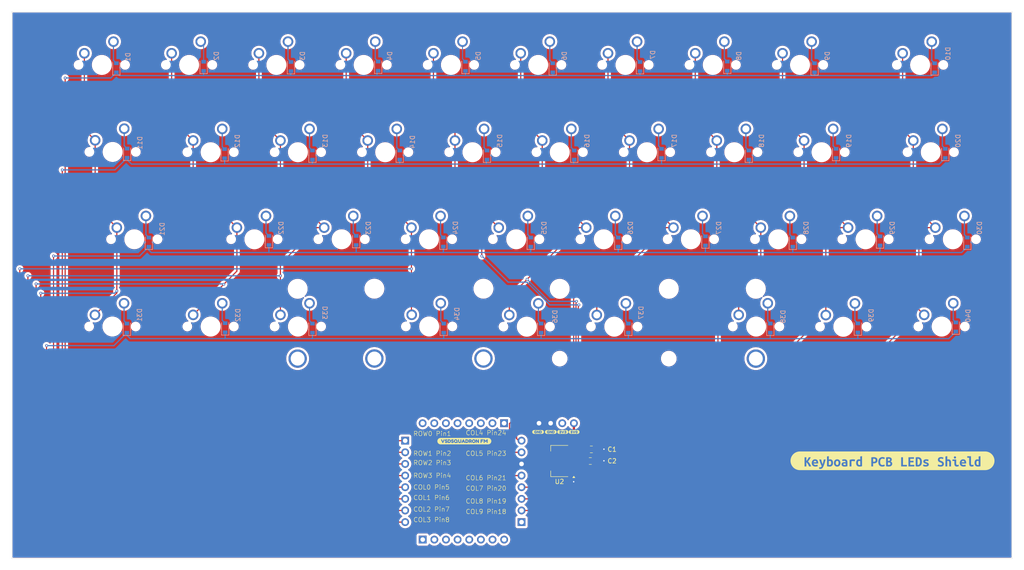
<source format=kicad_pcb>
(kicad_pcb (version 20240108) (generator "pcbnew") (generator_version "8.0")
  (title_block (title "Keyboard PCB LEDs VSDSquadron FM Shield") (date "2025-01-16") (rev "A1") (company "VLSI System Design") (comment 1 "Author : Bilwa Ghisad"))
  (layers (0 "F.Cu" signal) (31 "B.Cu" signal) (34 "B.Paste" user) (35 "F.Paste" user) (36 "B.SilkS" user "B.Silkscreen") (37 "F.SilkS" user "F.Silkscreen") (38 "B.Mask" user) (39 "F.Mask" user) (44 "Edge.Cuts" user))
  (net 0 "")
  (net 1 "GND")
  (net 2 "Net-(D1-A)")
  (net 3 "Net-(D2-A)")
  (net 4 "Net-(D3-A)")
  (net 5 "Net-(D4-A)")
  (net 6 "Net-(D5-A)")
  (net 7 "Net-(D6-A)")
  (net 8 "Net-(D7-A)")
  (net 9 "Net-(D8-A)")
  (net 10 "Net-(D9-A)")
  (net 11 "Net-(D10-A)")
  (net 12 "Net-(D11-A)")
  (net 13 "+5V")
  (net 14 "Net-(D12-A)")
  (net 15 "Net-(D13-A)")
  (net 16 "Net-(D14-A)")
  (net 17 "Net-(D15-A)")
  (net 18 "Net-(D16-A)")
  (net 19 "Net-(D17-A)")
  (net 20 "Net-(D18-A)")
  (net 21 "Net-(D19-A)")
  (net 22 "Net-(D20-A)")
  (net 23 "+3.3V")
  (net 24 "Net-(D21-A)")
  (net 25 "Net-(D22-A)")
  (net 26 "Net-(D23-A)")
  (net 27 "Net-(D24-A)")
  (net 28 "Net-(D25-A)")
  (net 29 "Net-(D26-A)")
  (net 30 "Net-(D27-A)")
  (net 31 "Net-(D28-A)")
  (net 32 "Net-(D29-A)")
  (net 33 "Net-(D30-A)")
  (net 34 "ROW0")
  (net 35 "Net-(D31-A)")
  (net 36 "Net-(D32-A)")
  (net 37 "Net-(D33-A)")
  (net 38 "Net-(D34-A)")
  (net 39 "Net-(D36-A)")
  (net 40 "Net-(D37-A)")
  (net 41 "Net-(D38-A)")
  (net 42 "Net-(D39-A)")
  (net 43 "Net-(D40-A)")
  (net 44 "ROW1")
  (net 45 "ROW2")
  (net 46 "ROW3")
  (net 48 "COL2")
  (net 49 "COL9")
  (net 50 "COL5")
  (net 51 "COL1")
  (net 52 "COL7")
  (net 53 "COL4")
  (net 54 "COL0")
  (net 55 "COL3")
  (net 56 "COL8")
  (net 57 "COL6")
  (net 66 "unconnected-(U1A-2-Pad9)")
  (footprint "PCM_marbastlib-mx:SW_MX_1u" (layer "F.Cu") (at 117.475 39.5661)
    (property "Reference" "SW4" (hide yes))
    (property "Value" "MX_SW_solder")
  )
  (footprint "PCM_marbastlib-mx:SW_MX_1u" (layer "F.Cu") (at 193.675 39.5661)
    (property "Reference" "SW8" (hide yes))
    (property "Value" "MX_SW_solder")
  )
  (footprint "PCM_marbastlib-mx:SW_MX_1u" (layer "F.Cu") (at 103.124 58.6161)
    (property "Reference" "SW13" (hide yes))
    (property "Value" "MX_SW_solder")
  )
  (footprint "VSDsquadron_FM-1.1.0:VSDSquadron_FM" (layer "F.Cu") (at 139.294364 130.461564)
    (property "Reference" "U1" (hide yes))
    (property "Value" "VSDSquadron FM" (hide yes))
  )
  (footprint "PCM_marbastlib-mx:SW_MX_1u" (layer "F.Cu") (at 212.725 39.5661)
    (property "Reference" "SW9" (hide yes))
    (property "Value" "MX_SW_solder")
  )
  (footprint "PCM_marbastlib-mx:SW_MX_1u" (layer "F.Cu") (at 222.1738 96.7161)
    (property "Reference" "SW39" (hide yes))
    (property "Value" "MX_SW_solder")
  )
  (footprint "PCM_marbastlib-mx:SW_MX_1u" (layer "F.Cu") (at 160.274 58.6161)
    (property "Reference" "SW16" (hide yes))
    (property "Value" "MX_SW_solder")
  )
  (footprint "PCM_marbastlib-mx:SW_MX_1u" (layer "F.Cu") (at 93.6244 77.6224)
    (property "Reference" "SW22" (hide yes))
    (property "Value" "MX_SW_solder")
  )
  (footprint "PCM_marbastlib-mx:SW_MX_1u" (layer "F.Cu") (at 131.7244 77.6224)
    (property "Reference" "SW24" (hide yes))
    (property "Value" "MX_SW_solder")
  )
  (footprint "PCM_marbastlib-mx:SW_MX_1u" (layer "F.Cu") (at 112.6744 77.6224)
    (property "Reference" "SW23" (hide yes))
    (property "Value" "MX_SW_solder")
  )
  (footprint "PCM_marbastlib-mx:SW_MX_1u" (layer "F.Cu") (at 79.375 39.5661)
    (property "Reference" "SW2" (hide yes))
    (property "Value" "MX_SW_solder")
  )
  (footprint "PCM_marbastlib-mx:SW_MX_1u" (layer "F.Cu") (at 217.424 58.6161)
    (property "Reference" "SW19" (hide yes))
    (property "Value" "MX_SW_solder")
  )
  (footprint "PCM_marbastlib-mx:SW_MX_1u" (layer "F.Cu") (at 179.324 58.6161)
    (property "Reference" "SW17" (hide yes))
    (property "Value" "MX_SW_solder")
  )
  (footprint "PCM_marbastlib-mx:SW_MX_1u" (layer "F.Cu") (at 227.0252 77.6224)
    (property "Reference" "SW29" (hide yes))
    (property "Value" "MX_SW_solder")
  )
  (footprint "PCM_marbastlib-mx:SW_MX_1u" (layer "F.Cu") (at 174.625 39.5661)
    (property "Reference" "SW7" (hide yes))
    (property "Value" "MX_SW_solder")
  )
  (footprint "PCM_marbastlib-mx:SW_MX_1u" (layer "F.Cu") (at 188.9055 77.6224)
    (property "Reference" "SW27" (hide yes))
    (property "Value" "MX_SW_solder")
  )
  (footprint "PCM_marbastlib-mx:STAB_MX_P_6.25u" (layer "F.Cu") (at 153.07945 96.6978 180)
    (property "Reference" "S3" (hide yes))
    (property "Value" "MX_stab")
  )
  (footprint "PCM_marbastlib-mx:SW_MX_1.75u" (layer "F.Cu") (at 238.9378 39.5732)
    (property "Reference" "SW10" (hide yes))
    (property "Value" "MX_SW_solder")
  )
  (footprint "PCM_marbastlib-mx:SW_MX_1u" (layer "F.Cu") (at 141.224 58.6161)
    (property "Reference" "SW15" (hide yes))
    (property "Value" "MX_SW_solder")
  )
  (footprint "PCM_marbastlib-mx:SW_MX_1.25u" (layer "F.Cu") (at 62.6364 96.6724)
    (property "Reference" "SW31" (hide yes))
    (property "Value" "MX_SW_solder")
  )
  (footprint "PCM_marbastlib-mx:SW_MX_1u" (layer "F.Cu") (at 198.374 58.6161)
    (property "Reference" "SW18" (hide yes))
    (property "Value" "MX_SW_solder")
  )
  (footprint "PCM_marbastlib-mx:SW_MX_1u" (layer "F.Cu") (at 172.18025 96.69475)
    (property "Reference" "SW37" (hide yes))
    (property "Value" "MX_SW_solder")
  )
  (footprint "PCM_marbastlib-mx:SW_MX_1.25u" (layer "F.Cu") (at 62.6801 58.5653)
    (property "Reference" "SW11" (hide yes))
    (property "Value" "MX_SW_solder")
  )
  (footprint "Capacitor_SMD:C_0805_2012Metric_Pad1.18x1.45mm_HandSolder" (layer "F.Cu") (at 167.1836 123.4948)
    (property "Reference" "C1")
    (property "Value" "10uF")
  )
  (footprint "PCM_marbastlib-mx:STAB_MX_P_2u" (layer "F.Cu") (at 131.7244 96.6724 180)
    (property "Reference" "S1" (hide yes))
    (property "Value" "MX_stab")
  )
  (footprint "PCM_marbastlib-mx:SW_MX_1u" (layer "F.Cu") (at 131.7752 96.6564)
    (property "Reference" "SW34" (hide yes))
    (property "Value" "MX_SW_solder")
  )
  (footprint "kibuzzard-67937F92" (layer "F.Cu") (at 232.918 125.984)
    (property "Reference" "kibuzzard-67937F92" (hide yes))
    (property "Value" "G***" (hide yes))
  )
  (footprint "PCM_marbastlib-mx:SW_MX_1u" (layer "F.Cu") (at 60.325 39.5661)
    (property "Reference" "SW1" (hide yes))
    (property "Value" "MX_SW_solder")
  )
  (footprint "PCM_marbastlib-mx:SW_MX_1u" (layer "F.Cu") (at 84.074 58.6161)
    (property "Reference" "SW12" (hide yes))
    (property "Value" "MX_SW_solder")
  )
  (footprint "Capacitor_SMD:C_0805_2012Metric_Pad1.18x1.45mm_HandSolder" (layer "F.Cu") (at 166.9561 126.0348)
    (property "Reference" "C2")
    (property "Value" "22uF")
  )
  (footprint "PCM_marbastlib-mx:STAB_MX_2.25u" (layer "F.Cu") (at 172.18025 96.69475 180)
    (property "Reference" "S2" (hide yes))
    (property "Value" "MX_stab")
  )
  (footprint "PCM_marbastlib-mx:SW_MX_1.25u" (layer "F.Cu") (at 243.6368 96.6724)
    (property "Reference" "SW40" (hide yes))
    (property "Value" "MX_SW_solder")
  )
  (footprint "PCM_marbastlib-mx:SW_MX_1u" (layer "F.Cu") (at 155.575 39.5661)
    (property "Reference" "SW6" (hide yes))
    (property "Value" "MX_SW_solder")
  )
  (footprint "PCM_marbastlib-mx:SW_MX_1u" (layer "F.Cu") (at 136.525 39.5661)
    (property "Reference" "SW5" (hide yes))
    (property "Value" "MX_SW_solder")
  )
  (footprint "PCM_marbastlib-mx:SW_MX_1u" (layer "F.Cu") (at 203.1492 96.6724)
    (property "Reference" "SW38" (hide yes))
    (property "Value" "MX_SW_solder")
  )
  (footprint "PCM_marbastlib-mx:SW_MX_1u" (layer "F.Cu") (at 98.425 39.5661)
    (property "Reference" "SW3" (hide yes))
    (property "Value" "MX_SW_solder")
  )
  (footprint "PCM_marbastlib-mx:SW_MX_1u" (layer "F.Cu") (at 246.0752 77.6224)
    (property "Reference" "SW30" (hide yes))
    (property "Value" "MX_SW_solder")
  )
  (footprint "PCM_marbastlib-mx:SW_MX_1u" (layer "F.Cu") (at 169.8752 77.6224)
    (property "Reference" "SW26" (hide yes))
    (property "Value" "MX_SW_solder")
  )
  (footprint "PCM_marbastlib-mx:SW_MX_1u" (layer "F.Cu") (at 153.07945 96.6978)
    (property "Reference" "SW36" (hide yes))
    (property "Value" "MX_SW_solder")
  )
  (footprint "PCM_marbastlib-mx:SW_MX_1.75u" (layer "F.Cu") (at 67.4116 77.6224)
    (property "Reference" "SW21" (hide yes))
    (property "Value" "MX_SW_solder")
  )
  (footprint "PCM_marbastlib-mx:SW_MX_1u" (layer "F.Cu") (at 207.9752 77.6224)
    (property "Reference" "SW28" (hide yes))
    (property "Value" "MX_SW_solder")
  )
  (footprint "Package_TO_SOT_SMD:SOT-223-3_TabPin2" (layer "F.Cu") (at 160.2236 126.0348 180)
    (property "Reference" "U2")
    (property "Value" "AMS1117-3.3")
  )
  (footprint "PCM_marbastlib-mx:SW_MX_1.5u" (layer "F.Cu") (at 241.26545 58.6161)
    (property "Reference" "SW20" (hide yes))
    (property "Value" "MX_SW_solder")
  )
  (footprint "PCM_marbastlib-mx:SW_MX_1u" (layer "F.Cu") (at 122.174 58.6161)
    (property "Reference" "SW14" (hide yes))
    (property "Value" "MX_SW_solder")
  )
  (footprint "PCM_marbastlib-mx:SW_MX_1u" (layer "F.Cu") (at 84.074 96.6724)
    (property "Reference" "SW32" (hide yes))
    (property "Value" "MX_SW_solder")
  )
  (footprint "PCM_marbastlib-mx:SW_MX_1u" (layer "F.Cu") (at 103.124 96.6724)
    (property "Reference" "SW33" (hide yes))
    (property "Value" "MX_SW_solder")
  )
  (footprint "PCM_marbastlib-mx:SW_MX_1u" (layer "F.Cu") (at 150.7744 77.6224)
    (property "Reference" "SW25" (hide yes))
    (property "Value" "MX_SW_solder")
  )
  (footprint "LED_SMD:LED_miniPLCC_2315" (layer "B.Cu") (at 158.75 40.2011 90)
    (property "Reference" "D6")
    (property "Value" "LED_Small")
  )
  (footprint "LED_SMD:LED_miniPLCC_2315" (layer "B.Cu") (at 211.1502 78.2574 90)
    (property "Reference" "D28")
    (property "Value" "LED_Small")
  )
  (footprint "LED_SMD:LED_miniPLCC_2315" (layer "B.Cu") (at 206.248 97.028 90)
    (property "Reference" "D38")
    (property "Value" "LED_Small")
  )
  (footprint "LED_SMD:LED_miniPLCC_2315" (layer "B.Cu") (at 201.549 59.2511 90)
    (property "Reference" "D18")
    (property "Value" "LED_Small")
  )
  (footprint "LED_SMD:LED_miniPLCC_2315" (layer "B.Cu") (at 215.9 40.2011 90)
    (property "Reference" "D9")
    (property "Value" "LED_Small")
  )
  (footprint "LED_SMD:LED_miniPLCC_2315" (layer "B.Cu") (at 120.65 39.8361 90)
    (property "Reference" "D4")
    (property "Value" "LED_Small")
  )
  (footprint "LED_SMD:LED_miniPLCC_2315" (layer "B.Cu") (at 182.499 58.8861 90)
    (property "Reference" "D17")
    (property "Value" "LED_Small")
  )
  (footprint "LED_SMD:LED_miniPLCC_2315" (layer "B.Cu") (at 70.5866 78.2574 90)
    (property "Reference" "D21")
    (property "Value" "LED_Small")
  )
  (footprint "LED_SMD:LED_miniPLCC_2315" (layer "B.Cu") (at 173.0502 78.2574 90)
    (property "Reference" "D26")
    (property "Value" "LED_Small")
  )
  (footprint "LED_SMD:LED_miniPLCC_2315" (layer "B.Cu") (at 96.7994 77.8924 90)
    (property "Reference" "D22")
    (property "Value" "LED_Small")
  )
  (footprint "LED_SMD:LED_miniPLCC_2315" (layer "B.Cu") (at 65.8551 58.8353 90)
    (property "Reference" "D11")
    (property "Value" "LED_Small")
  )
  (footprint "LED_SMD:LED_miniPLCC_2315" (layer "B.Cu") (at 220.599 58.8861 90)
    (property "Reference" "D19")
    (property "Value" "LED_Small")
  )
  (footprint "LED_SMD:LED_miniPLCC_2315" (layer "B.Cu") (at 163.449 59.2511 90)
    (property "Reference" "D16")
    (property "Value" "LED_Small")
  )
  (footprint "LED_SMD:LED_miniPLCC_2315" (layer "B.Cu") (at 125.349 59.2511 90)
    (property "Reference" "D14")
    (property "Value" "LED_Small")
  )
  (footprint "LED_SMD:LED_miniPLCC_2315" (layer "B.Cu") (at 242.1128 40.2082 90)
    (property "Reference" "D10")
    (property "Value" "LED_Small")
  )
  (footprint "LED_SMD:LED_miniPLCC_2315" (layer "B.Cu") (at 153.9494 78.2574 90)
    (property "Reference" "D25")
    (property "Value" "LED_Small")
  )
  (footprint "LED_SMD:LED_miniPLCC_2315" (layer "B.Cu") (at 192.0805 77.9874 90)
    (property "Reference" "D27")
    (property "Value" "LED_Small")
  )
  (footprint "LED_SMD:LED_miniPLCC_2315" (layer "B.Cu") (at 106.299 59.2511 90)
    (property "Reference" "D13")
    (property "Value" "LED_Small")
  )
  (footprint "LED_SMD:LED_miniPLCC_2315" (layer "B.Cu") (at 87.249 96.9424 90)
    (property "Reference" "D32")
    (property "Value" "LED_Small")
  )
  (footprint "LED_SMD:LED_miniPLCC_2315" (layer "B.Cu") (at 249.2502 78.2574 90)
    (property "Reference" "D30")
    (property "Value" "LED_Small")
  )
  (footprint "LED_SMD:LED_miniPLCC_2315" (layer "B.Cu") (at 134.9502 97.028 90)
    (property "Reference" "D34")
    (property "Value" "LED_Small")
  )
  (footprint "LED_SMD:LED_miniPLCC_2315" (layer "B.Cu") (at 63.5 40.2011 90)
    (property "Reference" "D1")
    (property "Value" "LED_Small")
  )
  (footprint "LED_SMD:LED_miniPLCC_2315" (layer "B.Cu") (at 225.3488 96.9861 90)
    (property "Reference" "D39")
    (property "Value" "LED_Small")
  )
  (footprint "LED_SMD:LED_miniPLCC_2315" (layer "B.Cu") (at 196.85 39.8361 90)
    (property "Reference" "D8")
    (property "Value" "LED_Small")
  )
  (footprint "LED_SMD:LED_miniPLCC_2315" (layer "B.Cu") (at 246.7356 96.774 90)
    (property "Reference" "D40")
    (property "Value" "LED_Small")
  )
  (footprint "LED_SMD:LED_miniPLCC_2315" (layer "B.Cu") (at 101.6 39.9311 90)
    (property "Reference" "D3")
    (property "Value" "LED_Small")
  )
  (footprint "LED_SMD:LED_miniPLCC_2315" (layer "B.Cu") (at 134.874 78.232 90)
    (property "Reference" "D24")
    (property "Value" "LED_Small")
  )
  (footprint "LED_SMD:LED_miniPLCC_2315" (layer "B.Cu") (at 139.7 39.878 90)
    (property "Reference" "D5")
    (property "Value" "LED_Small")
  )
  (footprint "LED_SMD:LED_miniPLCC_2315" (layer "B.Cu") (at 65.786 97.028 90)
    (property "Reference" "D31")
    (property "Value" "LED_Small")
  )
  (footprint "LED_SMD:LED_miniPLCC_2315" (layer "B.Cu") (at 115.8494 77.8924 90)
    (property "Reference" "D23")
    (property "Value" "LED_Small")
  )
  (footprint "LED_SMD:LED_miniPLCC_2315" (layer "B.Cu") (at 156.21 97.028 90)
    (property "Reference" "D36")
    (property "Value" "LED_Small")
  )
  (footprint "LED_SMD:LED_miniPLCC_2315" (layer "B.Cu") (at 244.44045 58.8861 90)
    (property "Reference" "D20")
    (property "Value" "LED_Small")
  )
  (footprint "LED_SMD:LED_miniPLCC_2315" (layer "B.Cu") (at 177.8 39.9311 90)
    (property "Reference" "D7")
    (property "Value" "LED_Small")
  )
  (footprint "LED_SMD:LED_miniPLCC_2315" (layer "B.Cu") (at 144.399 59.2511 90)
    (property "Reference" "D15")
    (property "Value" "LED_Small")
  )
  (footprint "LED_SMD:LED_miniPLCC_2315" (layer "B.Cu") (at 230.2002 77.9874 90)
    (property "Reference" "D29")
    (property "Value" "LED_Small")
  )
  (footprint "LED_SMD:LED_miniPLCC_2315" (layer "B.Cu") (at 175.26 97.028 90)
    (property "Reference" "D37")
    (property "Value" "LED_Small")
  )
  (footprint "LED_SMD:LED_miniPLCC_2315" (layer "B.Cu") (at 106.299 97.028 90)
    (property "Reference" "D33")
    (property "Value" "LED_Small")
  )
  (footprint "LED_SMD:LED_miniPLCC_2315" (layer "B.Cu") (at 82.55 39.878 90)
    (property "Reference" "D2")
    (property "Value" "LED_Small")
  )
  (footprint "LED_SMD:LED_miniPLCC_2315" (layer "B.Cu") (at 87.122 58.944 90)
    (property "Reference" "D12")
    (property "Value" "LED_Small")
  )
  (gr_line (start 259.08 27.94) (end 40.64 27.94) (stroke (width 0.05)) (layer "Edge.Cuts"))
  (gr_line (start 40.64 147.32) (end 259.08 147.32) (stroke (width 0.05)) (layer "Edge.Cuts"))
  (gr_line (start 40.64 27.94) (end 40.64 147.32) (stroke (width 0.05)) (layer "Edge.Cuts"))
  (gr_line (start 259.08 147.32) (end 259.08 27.94) (stroke (width 0.05)) (layer "Edge.Cuts"))
  (gr_text "COL4 Pin24\n\n\n" (at 139.7 123.698 0) (layer "F.SilkS") (effects (font (size 1 1) (thickness 0.1)) (justify left bottom)))
  (gr_text "COL3 Pin8" (at 128.27 139.446 0) (layer "F.SilkS") (effects (font (size 1 1) (thickness 0.1)) (justify left bottom)))
  (gr_text "ROW0 Pin1" (at 128.27 120.65 0) (layer "F.SilkS") (effects (font (size 1 1) (thickness 0.1)) (justify left bottom)))
  (gr_text "COL6 Pin21" (at 139.7 130.302 0) (layer "F.SilkS") (effects (font (size 1 1) (thickness 0.1)) (justify left bottom)))
  (gr_text "ROW1 Pin2\n" (at 128.27 124.968 0) (layer "F.SilkS") (effects (font (size 1 1) (thickness 0.1)) (justify left bottom)))
  (gr_text "ROW2 Pin3" (at 128.27 127 0) (layer "F.SilkS") (effects (font (size 1 1) (thickness 0.1)) (justify left bottom)))
  (gr_text "COL0 Pin5" (at 128.27 132.334 0) (layer "F.SilkS") (effects (font (size 1 1) (thickness 0.1)) (justify left bottom)))
  (gr_text "COL5 Pin23" (at 139.7 124.968 0) (layer "F.SilkS") (effects (font (size 1 1) (thickness 0.1)) (justify left bottom)))
  (gr_text "COL2 Pin7" (at 128.27 137.16 0) (layer "F.SilkS") (effects (font (size 1 1) (thickness 0.1)) (justify left bottom)))
  (gr_text "COL1 Pin6" (at 128.27 134.62 0) (layer "F.SilkS") (effects (font (size 1 1) (thickness 0.1)) (justify left bottom)))
  (gr_text "COL8 Pin19" (at 139.7 135.382 0) (layer "F.SilkS") (effects (font (size 1 1) (thickness 0.1)) (justify left bottom)))
  (gr_text "COL7 Pin20" (at 139.7 132.588 0) (layer "F.SilkS") (effects (font (size 1 1) (thickness 0.1)) (justify left bottom)))
  (gr_text "ROW3 Pin4" (at 128.27 129.794 0) (layer "F.SilkS") (effects (font (size 1 1) (thickness 0.1)) (justify left bottom)))
  (gr_text "COL9 Pin18" (at 139.7 137.668 0) (layer "F.SilkS") (effects (font (size 1 1) (thickness 0.1)) (justify left bottom)))
  (segment (start 163.3736 130.5044) (end 163.322 130.556) (width 0.4064) (layer "F.Cu") (net 1))
  (segment (start 168.2211 123.4948) (end 169.8752 123.4948) (width 0.4064) (layer "F.Cu") (net 1))
  (segment (start 169.8752 126.0348) (end 169.926 125.984) (width 0.4064) (layer "F.Cu") (net 1))
  (segment (start 169.8752 123.4948) (end 169.926 123.444) (width 0.4064) (layer "F.Cu") (net 1))
  (segment (start 167.9936 126.0348) (end 169.8752 126.0348) (width 0.4064) (layer "F.Cu") (net 1))
  (segment (start 163.3736 128.3348) (end 163.3736 130.5044) (width 0.4064) (layer "F.Cu") (net 1))
  (via (at 163.322 130.556) (size 0.6) (drill 0.3) (layers "F.Cu" "B.Cu") (net 1))
  (via (at 169.926 123.444) (size 0.6) (drill 0.3) (layers "F.Cu" "B.Cu") (net 1))
  (via (at 169.926 125.984) (size 0.6) (drill 0.3) (layers "F.Cu" "B.Cu") (net 1))
  (segment (start 62.865 34.4861) (end 63.5 35.1211) (width 0.2032) (layer "B.Cu") (net 2))
  (segment (start 62.865 34.4861) (end 62.865 38.5661) (width 0.254) (layer "B.Cu") (net 2))
  (segment (start 62.865 38.5661) (end 63.5 39.2011) (width 0.254) (layer "B.Cu") (net 2))
  (segment (start 82.55 35.179) (end 82.55 38.878) (width 0.2) (layer "B.Cu") (net 3))
  (segment (start 81.915 35.5361) (end 81.915 34.4861) (width 0.2) (layer "B.Cu") (net 3))
  (segment (start 81.915 34.544) (end 82.55 35.179) (width 0.2) (layer "B.Cu") (net 3))
  (segment (start 81.915 34.4861) (end 81.915 34.544) (width 0.2) (layer "B.Cu") (net 3))
  (segment (start 100.965 34.4861) (end 100.965 38.2961) (width 0.254) (layer "B.Cu") (net 4))
  (segment (start 100.965 38.2961) (end 101.6 38.9311) (width 0.254) (layer "B.Cu") (net 4))
  (segment (start 120.015 34.4861) (end 120.015 38.2011) (width 0.254) (layer "B.Cu") (net 5))
  (segment (start 120.015 38.2011) (end 120.65 38.8361) (width 0.254) (layer "B.Cu") (net 5))
  (segment (start 139.7 38.878) (end 139.7 38.5812) (width 0.2032) (layer "B.Cu") (net 6))
  (segment (start 139.7 38.878) (end 139.7 38.8849) (width 0.2032) (layer "B.Cu") (net 6))
  (segment (start 139.065 38.243) (end 139.7 38.878) (width 0.2) (layer "B.Cu") (net 6))
  (segment (start 139.065 34.4861) (end 139.065 38.243) (width 0.2) (layer "B.Cu") (net 6))
  (segment (start 158.115 38.5661) (end 158.75 39.2011) (width 0.254) (layer "B.Cu") (net 7))
  (segment (start 158.115 34.4861) (end 158.115 38.5661) (width 0.254) (layer "B.Cu") (net 7))
  (segment (start 177.165 38.2961) (end 177.8 38.9311) (width 0.254) (layer "B.Cu") (net 8))
  (segment (start 177.165 34.4861) (end 177.165 38.2961) (width 0.254) (layer "B.Cu") (net 8))
  (segment (start 196.215 34.4861) (end 196.215 38.2011) (width 0.254) (layer "B.Cu") (net 9))
  (segment (start 196.215 38.2011) (end 196.85 38.8361) (width 0.254) (layer "B.Cu") (net 9))
  (segment (start 215.265 34.4861) (end 215.265 38.5661) (width 0.254) (layer "B.Cu") (net 10))
  (segment (start 215.265 38.5661) (end 215.9 39.2011) (width 0.254) (layer "B.Cu") (net 10))
  (segment (start 241.4778 38.5732) (end 242.1128 39.2082) (width 0.254) (layer "B.Cu") (net 11))
  (segment (start 241.4778 34.4932) (end 241.4778 38.5732) (width 0.254) (layer "B.Cu") (net 11))
  (segment (start 65.2201 53.4853) (end 65.2201 57.2003) (width 0.254) (layer "B.Cu") (net 12))
  (segment (start 65.2201 57.2003) (end 65.8551 57.8353) (width 0.254) (layer "B.Cu") (net 12))
  (segment (start 163.3736 123.7348) (end 166.0811 123.7348) (width 0.508) (layer "F.Cu") (net 13))
  (segment (start 163.3736 117.7798) (end 163.3736 123.7348) (width 0.508) (layer "F.Cu") (net 13))
  (segment (start 166.0811 123.7348) (end 166.3211 123.4948) (width 0.506) (layer "F.Cu") (net 13))
  (segment (start 163.6136 123.4948) (end 163.3736 123.7348) (width 0.506) (layer "F.Cu") (net 13))
  (segment (start 86.614 53.5361) (end 86.614 57.436) (width 0.254) (layer "B.Cu") (net 14))
  (segment (start 86.614 57.436) (end 87.122 57.944) (width 0.254) (layer "B.Cu") (net 14))
  (segment (start 105.664 53.5361) (end 105.664 57.6161) (width 0.254) (layer "B.Cu") (net 15))
  (segment (start 105.664 57.6161) (end 106.299 58.2511) (width 0.254) (layer "B.Cu") (net 15))
  (segment (start 124.714 53.5361) (end 124.714 57.6161) (width 0.254) (layer "B.Cu") (net 16))
  (segment (start 124.714 57.6161) (end 125.349 58.2511) (width 0.254) (layer "B.Cu") (net 16))
  (segment (start 143.764 53.5361) (end 143.764 57.6161) (width 0.254) (layer "B.Cu") (net 17))
  (segment (start 143.764 57.6161) (end 144.399 58.2511) (width 0.254) (layer "B.Cu") (net 17))
  (segment (start 162.814 57.6161) (end 163.449 58.2511) (width 0.254) (layer "B.Cu") (net 18))
  (segment (start 162.814 53.5361) (end 162.814 57.6161) (width 0.254) (layer "B.Cu") (net 18))
  (segment (start 181.864 57.2511) (end 182.499 57.8861) (width 0.254) (layer "B.Cu") (net 19))
  (segment (start 181.864 53.5361) (end 181.864 57.2511) (width 0.254) (layer "B.Cu") (net 19))
  (segment (start 200.914 53.5361) (end 200.914 57.6161) (width 0.254) (layer "B.Cu") (net 20))
  (segment (start 200.914 57.6161) (end 201.549 58.2511) (width 0.254) (layer "B.Cu") (net 20))
  (segment (start 219.964 57.2511) (end 220.599 57.8861) (width 0.254) (layer "B.Cu") (net 21))
  (segment (start 219.964 53.5361) (end 219.964 57.2511) (width 0.254) (layer "B.Cu") (net 21))
  (segment (start 243.80545 57.2511) (end 244.44045 57.8861) (width 0.254) (layer "B.Cu") (net 22))
  (segment (start 243.80545 53.5361) (end 243.80545 57.2511) (width 0.254) (layer "B.Cu") (net 22))
  (segment (start 69.9516 76.6224) (end 70.5866 77.2574) (width 0.254) (layer "B.Cu") (net 24))
  (segment (start 69.9516 72.5424) (end 69.9516 76.6224) (width 0.254) (layer "B.Cu") (net 24))
  (segment (start 96.1644 72.5424) (end 96.1644 76.2574) (width 0.254) (layer "B.Cu") (net 25))
  (segment (start 96.1644 76.2574) (end 96.7994 76.8924) (width 0.254) (layer "B.Cu") (net 25))
  (segment (start 115.2144 76.2574) (end 115.8494 76.8924) (width 0.254) (layer "B.Cu") (net 26))
  (segment (start 115.2144 72.5424) (end 115.2144 76.2574) (width 0.254) (layer "B.Cu") (net 26))
  (segment (start 134.2644 72.5424) (end 134.2644 76.6224) (width 0.254) (layer "B.Cu") (net 27))
  (segment (start 134.2644 76.6224) (end 134.874 77.232) (width 0.254) (layer "B.Cu") (net 27))
  (segment (start 153.3144 72.5424) (end 153.3144 76.6224) (width 0.254) (layer "B.Cu") (net 28))
  (segment (start 153.3144 76.6224) (end 153.9494 77.2574) (width 0.254) (layer "B.Cu") (net 28))
  (segment (start 172.4152 72.5424) (end 172.4152 76.6224) (width 0.254) (layer "B.Cu") (net 29))
  (segment (start 172.4152 76.6224) (end 173.0502 77.2574) (width 0.254) (layer "B.Cu") (net 29))
  (segment (start 191.4455 72.5424) (end 191.4455 76.3524) (width 0.254) (layer "B.Cu") (net 30))
  (segment (start 191.4455 76.3524) (end 192.0805 76.9874) (width 0.254) (layer "B.Cu") (net 30))
  (segment (start 210.5152 72.5424) (end 210.5152 76.6224) (width 0.254) (layer "B.Cu") (net 31))
  (segment (start 210.5152 76.6224) (end 211.1502 77.2574) (width 0.254) (layer "B.Cu") (net 31))
  (segment (start 229.5652 72.5424) (end 229.5652 76.3524) (width 0.254) (layer "B.Cu") (net 32))
  (segment (start 229.5652 76.3524) (end 230.2002 76.9874) (width 0.254) (layer "B.Cu") (net 32))
  (segment (start 248.6152 72.5424) (end 248.6152 76.6224) (width 0.254) (layer "B.Cu") (net 33))
  (segment (start 248.6152 76.6224) (end 249.2502 77.2574) (width 0.254) (layer "B.Cu") (net 33))
  (segment (start 126.5436 121.5898) (end 52.5018 121.5898) (width 0.254) (layer "F.Cu") (net 34))
  (segment (start 52.324 121.412) (end 52.324 42.418) (width 0.254) (layer "F.Cu") (net 34))
  (segment (start 52.5018 121.5898) (end 52.324 121.412) (width 0.254) (layer "F.Cu") (net 34))
  (via (at 52.324 42.418) (size 0.6) (drill 0.3) (layers "F.Cu" "B.Cu") (net 34))
  (segment (start 158.75 41.893998) (end 158.75 41.2011) (width 0.254) (layer "B.Cu") (net 34))
  (segment (start 177.8 41.893998) (end 177.8 40.9311) (width 0.254) (layer "B.Cu") (net 34))
  (segment (start 196.85 41.893998) (end 215.9 41.893998) (width 0.254) (layer "B.Cu") (net 34))
  (segment (start 101.346 41.893998) (end 101.6 41.639998) (width 0.254) (layer "B.Cu") (net 34))
  (segment (start 139.7 41.893998) (end 158.75 41.893998) (width 0.254) (layer "B.Cu") (net 34))
  (segment (start 139.7 40.878) (end 139.7 41.893998) (width 0.2) (layer "B.Cu") (net 34))
  (segment (start 82.55 41.893998) (end 101.346 41.893998) (width 0.254) (layer "B.Cu") (net 34))
  (segment (start 120.396 41.893998) (end 139.446 41.893998) (width 0.254) (layer "B.Cu") (net 34))
  (segment (start 62.2831 42.418) (end 63.5 41.2011) (width 0.254) (layer "B.Cu") (net 34))
  (segment (start 215.9 41.2011) (end 215.9 41.893998) (width 0.254) (layer "B.Cu") (net 34))
  (segment (start 139.446 41.132) (end 139.7 40.878) (width 0.254) (layer "B.Cu") (net 34))
  (segment (start 82.542 41.885998) (end 82.55 41.893998) (width 0.254) (layer "B.Cu") (net 34))
  (segment (start 82.296 41.132) (end 82.55 40.878) (width 0.254) (layer "B.Cu") (net 34))
  (segment (start 101.6 41.639998) (end 101.6 40.9311) (width 0.254) (layer "B.Cu") (net 34))
  (segment (start 241.427002 41.893998) (end 242.1128 41.2082) (width 0.254) (layer "B.Cu") (net 34))
  (segment (start 64.192898 41.893998) (end 82.296 41.893998) (width 0.254) (layer "B.Cu") (net 34))
  (segment (start 139.446 41.893998) (end 139.7 41.893998) (width 0.254) (layer "B.Cu") (net 34))
  (segment (start 120.396 41.0901) (end 120.65 40.8361) (width 0.254) (layer "B.Cu") (net 34))
  (segment (start 52.324 42.418) (end 62.2831 42.418) (width 0.254) (layer "B.Cu") (net 34))
  (segment (start 101.346 41.893998) (end 120.396 41.893998) (width 0.254) (layer "B.Cu") (net 34))
  (segment (start 177.8 41.893998) (end 196.85 41.893998) (width 0.254) (layer "B.Cu") (net 34))
  (segment (start 158.75 41.893998) (end 177.8 41.893998) (width 0.254) (layer "B.Cu") (net 34))
  (segment (start 82.296 41.893998) (end 82.55 41.893998) (width 0.254) (layer "B.Cu") (net 34))
  (segment (start 82.542 40.886) (end 82.542 41.885998) (width 0.254) (layer "B.Cu") (net 34))
  (segment (start 120.396 41.893998) (end 120.396 41.0901) (width 0.254) (layer "B.Cu") (net 34))
  (segment (start 158.75 41.2011) (end 158.75 41.275) (width 0.2) (layer "B.Cu") (net 34))
  (segment (start 82.55 40.878) (end 82.542 40.886) (width 0.254) (layer "B.Cu") (net 34))
  (segment (start 215.9 41.893998) (end 241.427002 41.893998) (width 0.254) (layer "B.Cu") (net 34))
  (segment (start 196.85 41.893998) (end 196.85 40.8361) (width 0.254) (layer "B.Cu") (net 34))
  (segment (start 63.5 41.2011) (end 64.192898 41.893998) (width 0.254) (layer "B.Cu") (net 34))
  (segment (start 65.1764 91.5924) (end 65.1764 95.4184) (width 0.254) (layer "B.Cu") (net 35))
  (segment (start 65.1764 95.4184) (end 65.786 96.028) (width 0.254) (layer "B.Cu") (net 35))
  (segment (start 86.614 91.5924) (end 86.614 95.3074) (width 0.254) (layer "B.Cu") (net 36))
  (segment (start 86.614 95.3074) (end 87.249 95.9424) (width 0.254) (layer "B.Cu") (net 36))
  (segment (start 105.664 95.393) (end 106.299 96.028) (width 0.254) (layer "B.Cu") (net 37))
  (segment (start 105.664 91.5924) (end 105.664 95.393) (width 0.254) (layer "B.Cu") (net 37))
  (segment (start 134.3152 91.5764) (end 134.3152 95.393) (width 0.254) (layer "B.Cu") (net 38))
  (segment (start 134.3152 95.393) (end 134.9502 96.028) (width 0.254) (layer "B.Cu") (net 38))
  (segment (start 155.61945 91.6178) (end 155.61945 95.43745) (width 0.254) (layer "B.Cu") (net 39))
  (segment (start 155.61945 95.43745) (end 156.21 96.028) (width 0.254) (layer "B.Cu") (net 39))
  (segment (start 155.61945 91.8718) (end 156.12745 92.3798) (width 0.2032) (layer "B.Cu") (net 39))
  (segment (start 155.61945 91.6178) (end 155.61945 91.8718) (width 0.2032) (layer "B.Cu") (net 39))
  (segment (start 173.7614 91.57385) (end 173.72965 91.6056) (width 0.2032) (layer "F.Cu") (net 40))
  (segment (start 174.72025 95.48825) (end 175.26 96.028) (width 0.254) (layer "B.Cu") (net 40))
  (segment (start 174.72025 91.61475) (end 174.72025 95.48825) (width 0.254) (layer "B.Cu") (net 40))
  (segment (start 205.6892 91.5924) (end 205.6892 95.4692) (width 0.254) (layer "B.Cu") (net 41))
  (segment (start 205.6892 95.4692) (end 206.248 96.028) (width 0.254) (layer "B.Cu") (net 41))
  (segment (start 224.7138 91.6361) (end 224.7138 95.3511) (width 0.254) (layer "B.Cu") (net 42))
  (segment (start 224.7138 95.3511) (end 225.3488 95.9861) (width 0.254) (layer "B.Cu") (net 42))
  (segment (start 246.1768 95.2152) (end 246.7356 95.774) (width 0.254) (layer "B.Cu") (net 43))
  (segment (start 246.1768 91.5924) (end 246.1768 95.2152) (width 0.254) (layer "B.Cu") (net 43))
  (segment (start 51.697 62.484) (end 51.697 123.833) (width 0.254) (layer "F.Cu") (net 44))
  (segment (start 51.697 123.833) (end 51.9938 124.1298) (width 0.254) (layer "F.Cu") (net 44))
  (segment (start 51.9938 124.1298) (end 126.5436 124.1298) (width 0.254) (layer "F.Cu") (net 44))
  (via (at 51.697 62.484) (size 0.6) (drill 0.3) (layers "F.Cu" "B.Cu") (net 44))
  (segment (start 63.2064 62.484) (end 65.8551 59.8353) (width 0.254) (layer "B.Cu") (net 44))
  (segment (start 125.222 61.214) (end 144.272 61.214) (width 0.254) (layer "B.Cu") (net 44))
  (segment (start 201.549 60.2511) (end 201.549 60.325) (width 0.2) (layer "B.Cu") (net 44))
  (segment (start 87.122 59.944) (end 87.122 61.214) (width 0.254) (layer "B.Cu") (net 44))
  (segment (start 51.697 62.484) (end 63.2064 62.484) (width 0.254) (layer "B.Cu") (net 44))
  (segment (start 163.322 61.214) (end 163.322 60.3781) (width 0.254) (layer "B.Cu") (net 44))
  (segment (start 87.122 61.214) (end 106.172 61.214) (width 0.254) (layer "B.Cu") (net 44))
  (segment (start 163.322 61.214) (end 182.626 61.214) (width 0.254) (layer "B.Cu") (net 44))
  (segment (start 243.11255 61.214) (end 244.44045 59.8861) (width 0.254) (layer "B.Cu") (net 44))
  (segment (start 144.272 60.3781) (end 144.399 60.2511) (width 0.254) (layer "B.Cu") (net 44))
  (segment (start 182.499 61.087) (end 182.499 59.8861) (width 0.254) (layer "B.Cu") (net 44))
  (segment (start 182.626 61.214) (end 182.499 61.087) (width 0.254) (layer "B.Cu") (net 44))
  (segment (start 182.626 61.214) (end 201.676 61.214) (width 0.254) (layer "B.Cu") (net 44))
  (segment (start 220.472 61.214) (end 243.11255 61.214) (width 0.254) (layer "B.Cu") (net 44))
  (segment (start 144.272 61.214) (end 163.322 61.214) (width 0.254) (layer "B.Cu") (net 44))
  (segment (start 66.802 61.214) (end 87.122 61.214) (width 0.254) (layer "B.Cu") (net 44))
  (segment (start 65.8551 59.8353) (end 65.8551 60.2671) (width 0.254) (layer "B.Cu") (net 44))
  (segment (start 201.676 61.214) (end 201.676 60.3781) (width 0.254) (layer "B.Cu") (net 44))
  (segment (start 144.399 60.2511) (end 144.399 60.325) (width 0.2) (layer "B.Cu") (net 44))
  (segment (start 65.8551 60.2671) (end 66.802 61.214) (width 0.254) (layer "B.Cu") (net 44))
  (segment (start 106.299 61.087) (end 106.172 61.214) (width 0.2) (layer "B.Cu") (net 44))
  (segment (start 163.449 60.2511) (end 163.449 60.325) (width 0.2) (layer "B.Cu") (net 44))
  (segment (start 220.472 61.214) (end 220.599 61.087) (width 0.254) (layer "B.Cu") (net 44))
  (segment (start 144.272 61.214) (end 144.272 60.3781) (width 0.254) (layer "B.Cu") (net 44))
  (segment (start 125.349 61.087) (end 125.222 61.214) (width 0.2) (layer "B.Cu") (net 44))
  (segment (start 220.599 61.087) (end 220.599 59.8861) (width 0.254) (layer "B.Cu") (net 44))
  (segment (start 125.349 60.2511) (end 125.349 61.087) (width 0.254) (layer "B.Cu") (net 44))
  (segment (start 201.676 60.3781) (end 201.549 60.2511) (width 0.254) (layer "B.Cu") (net 44))
  (segment (start 106.172 61.214) (end 125.222 61.214) (width 0.254) (layer "B.Cu") (net 44))
  (segment (start 106.299 60.2511) (end 106.299 61.087) (width 0.254) (layer "B.Cu") (net 44))
  (segment (start 163.322 60.3781) (end 163.449 60.2511) (width 0.254) (layer "B.Cu") (net 44))
  (segment (start 201.676 61.214) (end 220.472 61.214) (width 0.254) (layer "B.Cu") (net 44))
  (segment (start 126.5436 126.6698) (end 50.4698 126.6698) (width 0.254) (layer "F.Cu") (net 45))
  (segment (start 49.784 125.984) (end 49.784 81.28) (width 0.254) (layer "F.Cu") (net 45))
  (segment (start 50.4698 126.6698) (end 49.784 125.984) (width 0.254) (layer "F.Cu") (net 45))
  (via (at 49.784 81.28) (size 0.6) (drill 0.3) (layers "F.Cu" "B.Cu") (net 45))
  (segment (start 172.974 80.518) (end 192.024 80.518) (width 0.254) (layer "B.Cu") (net 45))
  (segment (start 247.9896 80.518) (end 249.2502 79.2574) (width 0.254) (layer "B.Cu") (net 45))
  (segment (start 134.874 79.232) (end 134.874 80.518) (width 0.254) (layer "B.Cu") (net 45))
  (segment (start 192.0805 78.9874) (end 192.0805 80.4615) (width 0.254) (layer "B.Cu") (net 45))
  (segment (start 134.874 80.518) (end 153.67 80.518) (width 0.254) (layer "B.Cu") (net 45))
  (segment (start 115.8494 78.8924) (end 115.8494 80.4926) (width 0.254) (layer "B.Cu") (net 45))
  (segment (start 134.62 80.518) (end 134.874 80.518) (width 0.254) (layer "B.Cu") (net 45))
  (segment (start 96.7994 78.8924) (end 96.7994 80.4926) (width 0.254) (layer "B.Cu") (net 45))
  (segment (start 115.8494 80.4926) (end 115.824 80.518) (width 0.254) (layer "B.Cu") (net 45))
  (segment (start 229.87 80.518) (end 247.9896 80.518) (width 0.254) (layer "B.Cu") (net 45))
  (segment (start 192.0805 80.4615) (end 192.024 80.518) (width 0.254) (layer "B.Cu") (net 45))
  (segment (start 96.774 80.518) (end 115.316 80.518) (width 0.254) (layer "B.Cu") (net 45))
  (segment (start 211.1502 80.4418) (end 211.074 80.518) (width 0.254) (layer "B.Cu") (net 45))
  (segment (start 153.9494 80.2386) (end 153.9494 79.2574) (width 0.254) (layer "B.Cu") (net 45))
  (segment (start 70.5866 79.9846) (end 71.12 80.518) (width 0.254) (layer "B.Cu") (net 45))
  (segment (start 230.2002 80.1878) (end 229.87 80.518) (width 0.254) (layer "B.Cu") (net 45))
  (segment (start 115.316 80.518) (end 115.824 80.518) (width 0.254) (layer "B.Cu") (net 45))
  (segment (start 211.074 80.518) (end 229.87 80.518) (width 0.254) (layer "B.Cu") (net 45))
  (segment (start 211.1502 79.2574) (end 211.1502 80.4418) (width 0.254) (layer "B.Cu") (net 45))
  (segment (start 96.7994 80.4926) (end 96.774 80.518) (width 0.254) (layer "B.Cu") (net 45))
  (segment (start 230.2002 78.9874) (end 230.2002 80.1878) (width 0.254) (layer "B.Cu") (net 45))
  (segment (start 49.784 81.28) (end 68.564 81.28) (width 0.254) (layer "B.Cu") (net 45))
  (segment (start 153.67 80.518) (end 153.9494 80.2386) (width 0.254) (layer "B.Cu") (net 45))
  (segment (start 71.12 80.518) (end 96.774 80.518) (width 0.254) (layer "B.Cu") (net 45))
  (segment (start 115.824 80.518) (end 134.62 80.518) (width 0.254) (layer "B.Cu") (net 45))
  (segment (start 68.564 81.28) (end 70.5866 79.2574) (width 0.254) (layer "B.Cu") (net 45))
  (segment (start 153.67 80.518) (end 172.974 80.518) (width 0.254) (layer "B.Cu") (net 45))
  (segment (start 192.024 80.518) (end 211.074 80.518) (width 0.254) (layer "B.Cu") (net 45))
  (segment (start 173.0502 79.2574) (end 173.0502 80.4418) (width 0.254) (layer "B.Cu") (net 45))
  (segment (start 70.5866 79.2574) (end 70.5866 79.9846) (width 0.254) (layer "B.Cu") (net 45))
  (segment (start 173.0502 80.4418) (end 172.974 80.518) (width 0.254) (layer "B.Cu") (net 45))
  (segment (start 49.9618 129.2098) (end 48.26 127.508) (width 0.254) (layer "F.Cu") (net 46))
  (segment (start 48.26 127.508) (end 48.26 100.838) (width 0.254) (layer "F.Cu") (net 46))
  (segment (start 126.5436 129.2098) (end 49.9618 129.2098) (width 0.254) (layer "F.Cu") (net 46))
  (via (at 48.26 100.838) (size 0.6) (drill 0.3) (layers "F.Cu" "B.Cu") (net 46))
  (segment (start 106.299 99.187) (end 106.172 99.314) (width 0.254) (layer "B.Cu") (net 46))
  (segment (start 106.299 98.028) (end 106.299 99.187) (width 0.254) (layer "B.Cu") (net 46))
  (segment (start 245.1956 99.314) (end 246.7356 97.774) (width 0.254) (layer "B.Cu") (net 46))
  (segment (start 65.786 98.028) (end 65.786 98.552) (width 0.254) (layer "B.Cu") (net 46))
  (segment (start 65.786 98.552) (end 66.548 99.314) (width 0.254) (layer "B.Cu") (net 46))
  (segment (start 175.26 98.028) (end 175.26 99.314) (width 0.254) (layer "B.Cu") (net 46))
  (segment (start 156.21 99.314) (end 175.26 99.314) (width 0.254) (layer "B.Cu") (net 46))
  (segment (start 156.21 98.028) (end 156.21 99.314) (width 0.254) (layer "B.Cu") (net 46))
  (segment (start 48.26 100.838) (end 62.976 100.838) (width 0.254) (layer "B.Cu") (net 46))
  (segment (start 134.9502 98.028) (end 134.9502 99.2378) (width 0.254) (layer "B.Cu") (net 46))
  (segment (start 134.874 99.314) (end 156.21 99.314) (width 0.254) (layer "B.Cu") (net 46))
  (segment (start 225.298 99.314) (end 245.1956 99.314) (width 0.254) (layer "B.Cu") (net 46))
  (segment (start 106.172 99.314) (end 134.874 99.314) (width 0.254) (layer "B.Cu") (net 46))
  (segment (start 206.248 98.028) (end 206.248 99.314) (width 0.254) (layer "B.Cu") (net 46))
  (segment (start 206.248 99.314) (end 225.298 99.314) (width 0.254) (layer "B.Cu") (net 46))
  (segment (start 62.976 100.838) (end 65.786 98.028) (width 0.254) (layer "B.Cu") (net 46))
  (segment (start 175.26 99.314) (end 206.248 99.314) (width 0.254) (layer "B.Cu") (net 46))
  (segment (start 225.3488 99.2632) (end 225.298 99.314) (width 0.254) (layer "B.Cu") (net 46))
  (segment (start 87.122 99.314) (end 106.172 99.314) (width 0.254) (layer "B.Cu") (net 46))
  (segment (start 225.3488 97.9861) (end 225.3488 99.2632) (width 0.254) (layer "B.Cu") (net 46))
  (segment (start 87.249 97.9424) (end 87.249 99.187) (width 0.254) (layer "B.Cu") (net 46))
  (segment (start 134.9502 99.2378) (end 134.874 99.314) (width 0.254) (layer "B.Cu") (net 46))
  (segment (start 66.548 99.314) (end 87.122 99.314) (width 0.254) (layer "B.Cu") (net 46))
  (segment (start 87.249 99.187) (end 87.122 99.314) (width 0.254) (layer "B.Cu") (net 46))
  (segment (start 46.9138 136.8298) (end 45.72 135.636) (width 0.254) (layer "F.Cu") (net 48))
  (segment (start 108.8644 75.0824) (end 107.238055 75.0824) (width 0.254) (layer "F.Cu") (net 48))
  (segment (start 94.615 37.0261) (end 94.615 51.3771) (width 0.254) (layer "F.Cu") (net 48))
  (segment (start 99.314 65.532) (end 108.8644 75.0824) (width 0.254) (layer "F.Cu") (net 48))
  (segment (start 45.72 135.636) (end 44.196 134.112) (width 0.254) (layer "F.Cu") (net 48))
  (segment (start 99.314 83.006455) (end 99.314 85.598) (width 0.254) (layer "F.Cu") (net 48))
  (segment (start 126.5436 136.8298) (end 46.9138 136.8298) (width 0.254) (layer "F.Cu") (net 48))
  (segment (start 94.615 51.3771) (end 99.314 56.0761) (width 0.254) (layer "F.Cu") (net 48))
  (segment (start 99.314 56.0761) (end 99.314 65.532) (width 0.254) (layer "F.Cu") (net 48))
  (segment (start 99.314 85.598) (end 99.314 94.1324) (width 0.254) (layer "F.Cu") (net 48))
  (segment (start 107.238055 75.0824) (end 99.314 83.006455) (width 0.254) (layer "F.Cu") (net 48))
  (segment (start 44.196 134.112) (end 44.196 85.598) (width 0.254) (layer "F.Cu") (net 48))
  (via (at 99.314 85.598) (size 0.6) (drill 0.3) (layers "F.Cu" "B.Cu") (net 48))
  (via (at 44.196 85.598) (size 0.6) (drill 0.3) (layers "F.Cu" "B.Cu") (net 48))
  (segment (start 44.196 85.598) (end 99.314 85.598) (width 0.254) (layer "B.Cu") (net 48))
  (segment (start 238.6768 77.044455) (end 238.6768 88.138) (width 0.254) (layer "F.Cu") (net 49))
  (segment (start 234.696 88.138) (end 238.6768 88.138) (width 0.254) (layer "F.Cu") (net 49))
  (segment (start 237.45545 56.0761) (end 237.45545 70.27265) (width 0.254) (layer "F.Cu") (net 49))
  (segment (start 235.1278 53.74845) (end 237.45545 56.0761) (width 0.254) (layer "F.Cu") (net 49))
  (segment (start 234.696 97.536) (end 234.696 88.138) (width 0.254) (layer "F.Cu") (net 49))
  (segment (start 195.4022 136.8298) (end 234.696 97.536) (width 0.254) (layer "F.Cu") (net 49))
  (segment (start 240.638855 75.0824) (end 238.6768 77.044455) (width 0.254) (layer "F.Cu") (net 49))
  (segment (start 238.6768 92.9824) (end 239.8268 94.1324) (width 0.254) (layer "F.Cu") (net 49))
  (segment (start 242.2652 75.0824) (end 240.638855 75.0824) (width 0.254) (layer "F.Cu") (net 49))
  (segment (start 237.45545 70.27265) (end 242.2652 75.0824) (width 0.254) (layer "F.Cu") (net 49))
  (segment (start 238.6768 88.138) (end 238.6768 88.646) (width 0.254) (layer "F.Cu") (net 49))
  (segment (start 151.9436 136.8298) (end 195.4022 136.8298) (width 0.254) (layer "F.Cu") (net 49))
  (segment (start 238.6768 88.646) (end 238.6768 92.9824) (width 0.254) (layer "F.Cu") (net 49))
  (segment (start 235.1278 37.0332) (end 235.1278 53.74845) (width 0.254) (layer "F.Cu") (net 49))
  (segment (start 151.9436 124.1298) (end 150.2918 124.1298) (width 0.254) (layer "F.Cu") (net 50))
  (segment (start 164.438855 75.0824) (end 153.161627 86.359627) (width 0.254) (layer "F.Cu") (net 50))
  (segment (start 166.0652 75.0824) (end 164.438855 75.0824) (width 0.254) (layer "F.Cu") (net 50))
  (segment (start 149.26945 90.251805) (end 149.26945 94.1578) (width 0.254) (layer "F.Cu") (net 50))
  (segment (start 154.178 113.792) (end 163.83 113.792) (width 0.254) (layer "F.Cu") (net 50))
  (segment (start 150.114 117.856) (end 154.178 113.792) (width 0.254) (layer "F.Cu") (net 50))
  (segment (start 151.765 51.3771) (end 156.464 56.0761) (width 0.254) (layer "F.Cu") (net 50))
  (segment (start 150.2918 124.1298) (end 150.114 123.952) (width 0.254) (layer "F.Cu") (net 50))
  (segment (start 163.83 113.792) (end 163.83 91.305) (width 0.254) (layer "F.Cu") (net 50))
  (segment (start 150.114 123.952) (end 150.114 117.856) (width 0.254) (layer "F.Cu") (net 50))
  (segment (start 153.161627 86.359627) (end 149.26945 90.251805) (width 0.254) (layer "F.Cu") (net 50))
  (segment (start 151.765 37.0261) (end 151.765 51.3771) (width 0.254) (layer "F.Cu") (net 50))
  (segment (start 156.464 56.0761) (end 156.464 65.4812) (width 0.254) (layer "F.Cu") (net 50))
  (segment (start 156.464 65.4812) (end 166.0652 75.0824) (width 0.254) (layer "F.Cu") (net 50))
  (segment (start 163.83 91.305) (end 163.949 91.186) (width 0.254) (layer "F.Cu") (net 50))
  (via (at 163.949 91.186) (size 0.6) (drill 0.3) (layers "F.Cu" "B.Cu") (net 50))
  (via (at 153.161627 86.359627) (size 0.6) (drill 0.3) (layers "F.Cu" "B.Cu") (net 50))
  (segment (start 163.949 91.186) (end 157.988 91.186) (width 0.254) (layer "B.Cu") (net 50))
  (segment (start 157.988 91.186) (end 153.161627 86.359627) (width 0.254) (layer "B.Cu") (net 50))
  (segment (start 46.463085 133.35) (end 45.974 87.376) (width 0.254) (layer "F.Cu") (net 51))
  (segment (start 47.402885 134.2898) (end 46.463085 133.35) (width 0.254) (layer "F.Cu") (net 51))
  (segment (start 126.5436 134.2898) (end 47.402885 134.2898) (width 0.254) (layer "F.Cu") (net 51))
  (segment (start 89.8144 84.582) (end 86.9442 87.4522) (width 0.254) (layer "F.Cu") (net 51))
  (segment (start 80.264 65.532) (end 89.8144 75.0824) (width 0.254) (layer "F.Cu") (net 51))
  (segment (start 75.565 51.3771) (end 80.264 56.0761) (width 0.254) (layer "F.Cu") (net 51))
  (segment (start 89.8144 75.0824) (end 89.8144 84.582) (width 0.254) (layer "F.Cu") (net 51))
  (segment (start 86.9442 87.4522) (end 80.264 94.1324) (width 0.254) (layer "F.Cu") (net 51))
  (segment (start 75.565 37.0261) (end 75.565 51.3771) (width 0.254) (layer "F.Cu") (net 51))
  (segment (start 80.264 56.0761) (end 80.264 65.532) (width 0.254) (layer "F.Cu") (net 51))
  (via (at 45.974 87.376) (size 0.6) (drill 0.3) (layers "F.Cu" "B.Cu") (net 51))
  (via (at 86.9442 87.4522) (size 0.6) (drill 0.3) (layers "F.Cu" "B.Cu") (net 51))
  (segment (start 86.868 87.376) (end 86.9442 87.4522) (width 0.254) (layer "B.Cu") (net 51))
  (segment (start 45.974 87.376) (end 86.868 87.376) (width 0.254) (layer "B.Cu") (net 51))
  (segment (start 199.332004 88.9) (end 199.3392 88.907196) (width 0.254) (layer "F.Cu") (net 52))
  (segment (start 189.865 37.0261) (end 189.865 51.3771) (width 0.254) (layer "F.Cu") (net 52))
  (segment (start 204.1652 84.081196) (end 199.3392 88.907196) (width 0.254) (layer "F.Cu") (net 52))
  (segment (start 194.818 88.9) (end 199.332004 88.9) (width 0.254) (layer "F.Cu") (net 52))
  (segment (start 189.865 51.3771) (end 194.564 56.0761) (width 0.254) (layer "F.Cu") (net 52))
  (segment (start 199.3392 88.907196) (end 199.3392 94.1324) (width 0.254) (layer "F.Cu") (net 52))
  (segment (start 151.9436 131.7498) (end 174.0662 131.7498) (width 0.254) (layer "F.Cu") (net 52))
  (segment (start 194.818 110.998) (end 194.818 88.9) (width 0.254) (layer "F.Cu") (net 52))
  (segment (start 194.564 65.4812) (end 204.1652 75.0824) (width 0.254) (layer "F.Cu") (net 52))
  (segment (start 194.564 56.0761) (end 194.564 65.4812) (width 0.254) (layer "F.Cu") (net 52))
  (segment (start 174.0662 131.7498) (end 194.818 110.998) (width 0.254) (layer "F.Cu") (net 52))
  (segment (start 204.1652 75.0824) (end 204.1652 84.081196) (width 0.254) (layer "F.Cu") (net 52))
  (segment (start 150.876 118.364) (end 154.432 114.808) (width 0.254) (layer "F.Cu") (net 53))
  (segment (start 137.414 56.515) (end 137.522 56.623) (width 0.506) (layer "F.Cu") (net 53))
  (segment (start 164.338 114.808) (end 164.338 92.067) (width 0.254) (layer "F.Cu") (net 53))
  (segment (start 154.432 114.808) (end 164.338 114.808) (width 0.254) (layer "F.Cu") (net 53))
  (segment (start 132.715 37.0261) (end 132.715 48.747608) (width 0.254) (layer "F.Cu") (net 53))
  (segment (start 137.414 56.0761) (end 137.414 65.532) (width 0.254) (layer "F.Cu") (net 53))
  (segment (start 137.414 53.446608) (end 137.414 56.0761) (width 0.254) (layer "F.Cu") (net 53))
  (segment (start 151.3078 121.5898) (end 150.876 121.158) (width 0.254) (layer "F.Cu") (net 53))
  (segment (start 137.414 56.0761) (end 137.414 56.515) (width 0.506) (layer "F.Cu") (net 53))
  (segment (start 137.414 65.532) (end 144.907 73.025) (width 0.254) (layer "F.Cu") (net 53))
  (segment (start 144.907 73.025) (end 146.9644 75.0824) (width 0.254) (layer "F.Cu") (net 53))
  (segment (start 143.256 74.676) (end 144.907 73.025) (width 0.254) (layer "F.Cu") (net 53))
  (segment (start 143.256 81.28) (end 143.256 74.676) (width 0.254) (layer "F.Cu") (net 53))
  (segment (start 164.338 92.067) (end 164.457 91.948) (width 0.254) (layer "F.Cu") (net 53))
  (segment (start 150.876 121.158) (end 150.876 118.364) (width 0.254) (layer "F.Cu") (net 53))
  (segment (start 151.9436 121.5898) (end 151.3078 121.5898) (width 0.254) (layer "F.Cu") (net 53))
  (segment (start 132.715 48.747608) (end 137.414 53.446608) (width 0.254) (layer "F.Cu") (net 53))
  (via (at 164.457 91.948) (size 0.6) (drill 0.3) (layers "F.Cu" "B.Cu") (net 53))
  (via (at 143.256 81.28) (size 0.6) (drill 0.3) (layers "F.Cu" "B.Cu") (net 53))
  (segment (start 149.016627 86.986627) (end 143.31 81.28) (width 0.254) (layer "B.Cu") (net 53))
  (segment (start 153.146575 86.986627) (end 149.016627 86.986627) (width 0.254) (layer "B.Cu") (net 53))
  (segment (start 158.107948 91.948) (end 153.146575 86.986627) (width 0.254) (layer "B.Cu") (net 53))
  (segment (start 164.457 91.948) (end 158.107948 91.948) (width 0.254) (layer "B.Cu") (net 53))
  (segment (start 143.31 81.28) (end 143.256 81.28) (width 0.254) (layer "B.Cu") (net 53))
  (segment (start 56.515 37.0261) (end 56.515 53.6702) (width 0.254) (layer "F.Cu") (net 54))
  (segment (start 63.6016 88.9) (end 63.6016 89.3572) (width 0.254) (layer "F.Cu") (net 54))
  (segment (start 63.6016 75.0824) (end 63.7096 75.1904) (width 0.506) (layer "F.Cu") (net 54))
  (segment (start 58.8701 70.3509) (end 63.6016 75.0824) (width 0.254) (layer "F.Cu") (net 54))
  (segment (start 56.515 53.6702) (end 58.8701 56.0253) (width 0.254) (layer "F.Cu") (net 54))
  (segment (start 47.9298 131.7498) (end 126.5436 131.7498) (width 0.254) (layer "F.Cu") (net 54))
  (segment (start 58.8701 56.0253) (end 58.8701 70.3509) (width 0.254) (layer "F.Cu") (net 54))
  (segment (start 46.99 130.81) (end 47.9298 131.7498) (width 0.254) (layer "F.Cu") (net 54))
  (segment (start 63.6016 75.0824) (end 63.6016 88.9) (width 0.254) (layer "F.Cu") (net 54))
  (segment (start 63.6016 89.3572) (end 58.8264 94.1324) (width 0.254) (layer "F.Cu") (net 54))
  (segment (start 46.99 130.81) (end 46.99 89.408) (width 0.254) (layer "F.Cu") (net 54))
  (via (at 46.99 89.408) (size 0.6) (drill 0.3) (layers "F.Cu" "B.Cu") (net 54))
  (via (at 63.6016 88.9) (size 0.6) (drill 0.3) (layers "F.Cu" "B.Cu") (net 54))
  (segment (start 63.6016 75.0824) (end 63.17186 75.0824) (width 0.254) (layer "B.Cu") (net 54))
  (segment (start 63.0936 89.408) (end 63.6016 88.9) (width 0.254) (layer "B.Cu") (net 54))
  (segment (start 46.99 89.408) (end 63.0936 89.408) (width 0.254) (layer "B.Cu") (net 54))
  (segment (start 113.665 51.3771) (end 118.364 56.0761) (width 0.254) (layer "F.Cu") (net 55))
  (segment (start 127.9144 84.074) (end 127.9144 94.0656) (width 0.254) (layer "F.Cu") (net 55))
  (segment (start 113.665 37.0261) (end 113.665 51.3771) (width 0.254) (layer "F.Cu") (net 55))
  (segment (start 118.364 56.0761) (end 118.364 65.532) (width 0.254) (layer "F.Cu") (net 55))
  (segment (start 126.5436 139.3698) (end 45.8978 139.3698) (width 0.254) (layer "F.Cu") (net 55))
  (segment (start 127.9144 75.0824) (end 127.9144 84.074) (width 0.254) (layer "F.Cu") (net 55))
  (segment (start 45.8978 139.3698) (end 42.418 135.89) (width 0.254) (layer "F.Cu") (net 55))
  (segment (start 127.9144 94.0656) (end 127.9652 94.1164) (width 0.254) (layer "F.Cu") (net 55))
  (segment (start 118.364 65.532) (end 127.9144 75.0824) (width 0.254) (layer "F.Cu") (net 55))
  (segment (start 42.418 135.89) (end 42.418 84.074) (width 0.254) (layer "F.Cu") (net 55))
  (via (at 127.9144 84.074) (size 0.6) (drill 0.3) (layers "F.Cu" "B.Cu") (net 55))
  (via (at 42.418 84.074) (size 0.6) (drill 0.3) (layers "F.Cu" "B.Cu") (net 55))
  (segment (start 42.418 84.074) (end 127.9144 84.074) (width 0.254) (layer "B.Cu") (net 55))
  (segment (start 213.614 56.0761) (end 213.614 65.4812) (width 0.254) (layer "F.Cu") (net 56))
  (segment (start 223.2152 75.0824) (end 223.85085 75.71805) (width 0.506) (layer "F.Cu") (net 56))
  (segment (start 221.588855 75.0824) (end 218.3638 78.307455) (width 0.254) (layer "F.Cu") (net 56))
  (segment (start 218.3638 78.307455) (end 218.3638 88.646) (width 0.254) (layer "F.Cu") (net 56))
  (segment (start 214.122 88.646) (end 218.3638 88.646) (width 0.254) (layer "F.Cu") (net 56))
  (segment (start 213.614 65.4812) (end 223.2152 75.0824) (width 0.254) (layer "F.Cu") (net 56))
  (segment (start 223.2152 75.0824) (end 221.588855 75.0824) (width 0.254) (layer "F.Cu") (net 56))
  (segment (start 177.82036 134.2898) (end 214.122 97.98816) (width 0.254) (layer "F.Cu") (net 56))
  (segment (start 151.9436 134.2898) (end 177.82036 134.2898) (width 0.254) (layer "F.Cu") (net 56))
  (segment (start 218.3638 88.646) (end 218.3638 94.1761) (width 0.254) (layer "F.Cu") (net 56))
  (segment (start 208.915 51.3771) (end 213.614 56.0761) (width 0.254) (layer "F.Cu") (net 56))
  (segment (start 208.915 37.0261) (end 208.915 51.3771) (width 0.254) (layer "F.Cu") (net 56))
  (segment (start 214.122 97.98816) (end 214.122 88.646) (width 0.254) (layer "F.Cu") (net 56))
  (segment (start 154.1366 113.03) (end 163.322 113.03) (width 0.254) (layer "F.Cu") (net 57))
  (segment (start 185.0955 75.0824) (end 183.469155 75.0824) (width 0.254) (layer "F.Cu") (net 57))
  (segment (start 151.9436 129.2098) (end 150.2918 129.2098) (width 0.254) (layer "F.Cu") (net 57))
  (segment (start 170.815 51.3771) (end 175.514 56.0761) (width 0.254) (layer "F.Cu") (net 57))
  (segment (start 175.514 65.5009) (end 185.0955 75.0824) (width 0.254) (layer "F.Cu") (net 57))
  (segment (start 163.576 90.17) (end 168.358945 90.17) (width 0.254) (layer "F.Cu") (net 57))
  (segment (start 175.514 56.0761) (end 175.514 65.5009) (width 0.254) (layer "F.Cu") (net 57))
  (segment (start 163.322 113.03) (end 163.322 90.424) (width 0.254) (layer "F.Cu") (net 57))
  (segment (start 149.352 128.27) (end 149.352 121.531947) (width 0.254) (layer "F.Cu") (net 57))
  (segment (start 168.37025 90.181305) (end 168.37025 94.15475) (width 0.254) (layer "F.Cu") (net 57))
  (segment (start 149.352 121.531947) (end 149.3106 121.490547) (width 0.254) (layer "F.Cu") (net 57))
  (segment (start 149.3106 121.490547) (end 149.3106 117.856) (width 0.254) (layer "F.Cu") (net 57))
  (segment (start 183.469155 75.0824) (end 168.37025 90.181305) (width 0.254) (layer "F.Cu") (net 57))
  (segment (start 170.815 37.0261) (end 170.815 51.3771) (width 0.254) (layer "F.Cu") (net 57))
  (segment (start 150.2918 129.2098) (end 149.352 128.27) (width 0.254) (layer "F.Cu") (net 57))
  (segment (start 163.322 90.424) (end 163.576 90.17) (width 0.254) (layer "F.Cu") (net 57))
  (segment (start 149.3106 117.856) (end 154.1366 113.03) (width 0.254) (layer "F.Cu") (net 57))
  (segment (start 168.358945 90.17) (end 168.37025 90.181305) (width 0.254) (layer "F.Cu") (net 57))
  (segment (start 130.3536 143.1798) (end 129.7186 143.8148) (width 0.2) (layer "F.Cu") (net 66))
  (segment (start 130.3686 143.1798) (end 130.3536 143.1798) (width 0.2) (layer "F.Cu") (net 66))
  (zone (net 23) (net_name "+3.3V") (layer "F.Cu") (priority 1) (connect_pads yes (clearance 0.508)) (min_thickness 0.254) (fill yes (thermal_gap 0.5) (thermal_bridge_width 0.5))
    (polygon (pts (xy 38.1 25.4) (xy 38.1 149.86) (xy 261.62 149.606) (xy 261.62 25.4)))
  )
  (zone (net 1) (net_name "GND") (layer "B.Cu") (connect_pads yes (clearance 0.508)) (min_thickness 0.254) (fill yes (thermal_gap 0.5) (thermal_bridge_width 0.5))
    (polygon (pts (xy 38.1 25.4) (xy 38.1 149.86) (xy 261.62 149.606) (xy 261.62 25.4)))
  )
)
</source>
